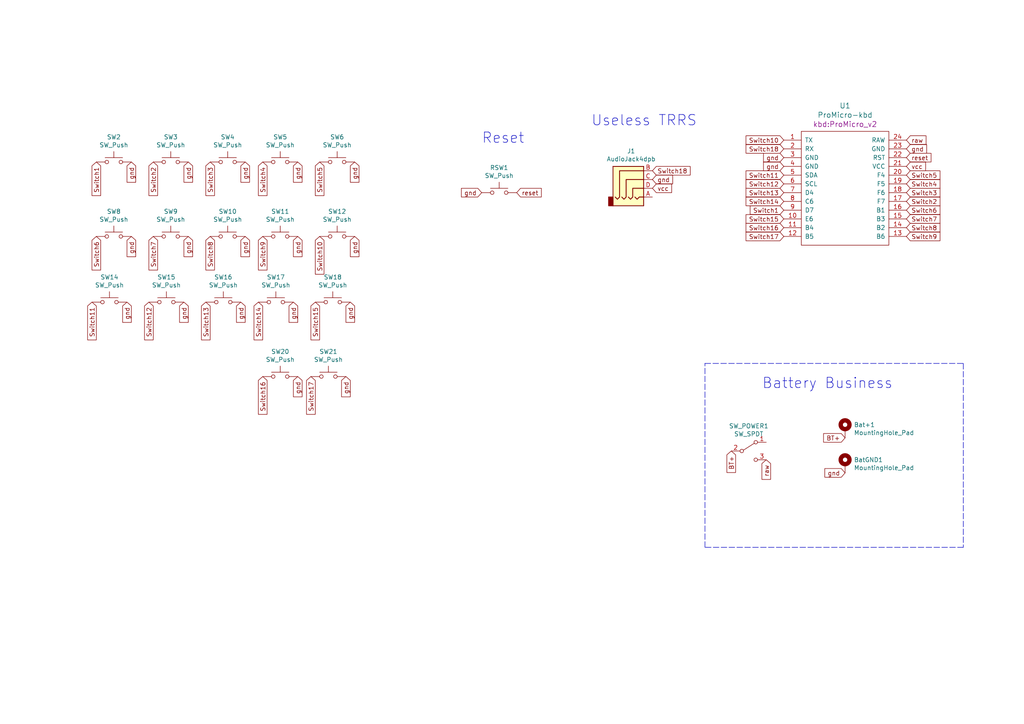
<source format=kicad_sch>
(kicad_sch (version 20211123) (generator eeschema)
  (paper "A4")
  (title_block (title "Generic 34 Switch Split") (date "2021-03-10") (rev "0.2") (company "broomlabs"))
  (lib_symbols
    (symbol "Mechanical:MountingHole_Pad" (pin_numbers hide) (pin_names (offset 1.016) hide)
      (property "Reference" "H" (at 0 6.35 0))
      (property "Value" "Mechanical_MountingHole_Pad" (at 0 4.445 0))
      (symbol "MountingHole_Pad_0_1"
        (circle (center 0 1.27) (radius 1.27) (stroke (width 1.27)))
      )
      (symbol "MountingHole_Pad_1_1"
        (pin input line (at 0 -2.54 90) (length 2.54) (name "1") (number "1"))
      )
    )
    (symbol "Switch:SW_Push" (pin_numbers hide) (pin_names (offset 1.016) hide)
      (property "Reference" "SW" (at 1.27 2.54 0))
      (property "Value" "Switch_SW_Push" (at 0 -1.524 0))
      (symbol "SW_Push_0_1"
        (circle (center -2.032 0) (radius 0.508))
        (polyline (pts (xy 0 1.27) (xy 0 3.048)))
        (polyline (pts (xy 2.54 1.27) (xy -2.54 1.27)))
        (circle (center 2.032 0) (radius 0.508))
        (pin passive line (at -5.08 0 0) (length 2.54) (name "1") (number "1"))
        (pin passive line (at 5.08 0 180) (length 2.54) (name "2") (number "2"))
      )
    )
    (symbol "Switch:SW_SPDT" (pin_names (offset 0) hide)
      (property "Reference" "SW" (at 0 4.318 0))
      (property "Value" "Switch_SW_SPDT" (at 0 -5.08 0))
      (symbol "SW_SPDT_0_0"
        (circle (center -2.032 0) (radius 0.508))
        (circle (center 2.032 -2.54) (radius 0.508))
      )
      (symbol "SW_SPDT_0_1"
        (polyline (pts (xy -1.524 0.254) (xy 1.651 2.286)))
        (circle (center 2.032 2.54) (radius 0.508))
      )
      (symbol "SW_SPDT_1_1"
        (pin passive line (at 5.08 2.54 180) (length 2.54) (name "A") (number "1"))
        (pin passive line (at -5.08 0 0) (length 2.54) (name "B") (number "2"))
        (pin passive line (at 5.08 -2.54 180) (length 2.54) (name "C") (number "3"))
      )
    )
    (symbol "bigblackpill:ProMicro-kbd" (pin_names (offset 1.016))
      (property "Reference" "U" (at 0 24.13 0))
      (property "Value" "bigblackpill_ProMicro-kbd" (at 0 -13.97 0))
      (symbol "ProMicro-kbd_0_1"
        (rectangle (start -12.7 21.59) (end 12.7 -11.43))
      )
      (symbol "ProMicro-kbd_1_1"
        (pin bidirectional line (at -17.78 19.05 0) (length 5.08) (name "TX") (number "1"))
        (pin bidirectional line (at -17.78 -3.81 0) (length 5.08) (name "E6") (number "10"))
        (pin bidirectional line (at -17.78 -6.35 0) (length 5.08) (name "B4") (number "11"))
        (pin bidirectional line (at -17.78 -8.89 0) (length 5.08) (name "B5") (number "12"))
        (pin bidirectional line (at 17.78 -8.89 180) (length 5.08) (name "B6") (number "13"))
        (pin bidirectional line (at 17.78 -6.35 180) (length 5.08) (name "B2") (number "14"))
        (pin bidirectional line (at 17.78 -3.81 180) (length 5.08) (name "B3") (number "15"))
        (pin bidirectional line (at 17.78 -1.27 180) (length 5.08) (name "B1") (number "16"))
        (pin bidirectional line (at 17.78 1.27 180) (length 5.08) (name "F7") (number "17"))
        (pin bidirectional line (at 17.78 3.81 180) (length 5.08) (name "F6") (number "18"))
        (pin bidirectional line (at 17.78 6.35 180) (length 5.08) (name "F5") (number "19"))
        (pin bidirectional line (at -17.78 16.51 0) (length 5.08) (name "RX") (number "2"))
        (pin bidirectional line (at 17.78 8.89 180) (length 5.08) (name "F4") (number "20"))
        (pin power_in line (at 17.78 11.43 180) (length 5.08) (name "VCC") (number "21"))
        (pin input line (at 17.78 13.97 180) (length 5.08) (name "RST") (number "22"))
        (pin power_in line (at 17.78 16.51 180) (length 5.08) (name "GND") (number "23"))
        (pin power_out line (at 17.78 19.05 180) (length 5.08) (name "RAW") (number "24"))
        (pin power_in line (at -17.78 13.97 0) (length 5.08) (name "GND") (number "3"))
        (pin power_in line (at -17.78 11.43 0) (length 5.08) (name "GND") (number "4"))
        (pin bidirectional line (at -17.78 8.89 0) (length 5.08) (name "SDA") (number "5"))
        (pin bidirectional line (at -17.78 6.35 0) (length 5.08) (name "SCL") (number "6"))
        (pin bidirectional line (at -17.78 3.81 0) (length 5.08) (name "D4") (number "7"))
        (pin bidirectional line (at -17.78 1.27 0) (length 5.08) (name "C6") (number "8"))
        (pin bidirectional line (at -17.78 -1.27 0) (length 5.08) (name "D7") (number "9"))
      )
    )
    (symbol "tokas_bp:AudioJack4dpb"
      (property "Reference" "J" (at 0 8.89 0))
      (property "Value" "tokas_bp_AudioJack4dpb" (at 0 6.35 0))
      (symbol "AudioJack4dpb_0_1"
        (rectangle (start -6.35 -5.08) (end -7.62 -7.62) (stroke (width 0.254)) (fill (type outline)))
        (polyline (pts (xy 0 -5.08) (xy 0.635 -5.715) (xy 1.27 -5.08) (xy 2.54 -5.08)) (stroke (width 0.254)))
        (polyline (pts (xy -5.715 -5.08) (xy -5.08 -5.715) (xy -4.445 -5.08) (xy -4.445 2.54) (xy 2.54 2.54)) (stroke (width 0.254)))
        (polyline (pts (xy -1.905 -5.08) (xy -1.27 -5.715) (xy -0.635 -5.08) (xy -0.635 -2.54) (xy 2.54 -2.54)) (stroke (width 0.254)))
        (polyline (pts (xy 2.54 0) (xy -2.54 0) (xy -2.54 -5.08) (xy -3.175 -5.715) (xy -3.81 -5.08)) (stroke (width 0.254)))
        (rectangle (start 2.54 3.81) (end -6.35 -7.62) (stroke (width 0.254)) (fill (type background)))
      )
      (symbol "AudioJack4dpb_1_1"
        (pin passive line (at 5.08 -5.08 180) (length 2.54) (name "~") (number "A"))
        (pin passive line (at 5.08 2.54 180) (length 2.54) (name "~") (number "B"))
        (pin passive line (at 5.08 0 180) (length 2.54) (name "~") (number "C"))
        (pin passive line (at 5.08 -2.54 180) (length 2.54) (name "~") (number "D"))
      )
    )
  )
  (polyline (pts (xy 279.4 158.75) (xy 204.47 158.75)))
  (polyline (pts (xy 204.47 158.75) (xy 204.47 105.41)))
  (polyline (pts (xy 279.4 105.41) (xy 279.4 158.75)))
  (polyline (pts (xy 204.47 105.41) (xy 279.4 105.41)))
  (text "Reset" (at 139.7 41.91 0) (effects (font (size 2.9972 2.9972)) (justify left bottom)))
  (text "Battery Business" (at 220.98 113.03 0) (effects (font (size 2.9972 2.9972)) (justify left bottom)))
  (text "Useless TRRS\n" (at 171.45 36.83 0) (effects (font (size 2.9972 2.9972)) (justify left bottom)))
  (global_label "Switch4" (shape input) (at 76.2 46.99 270) (property "Intersheet References" "${INTERSHEET_REFS}" (effects hide)))
  (global_label "gnd" (shape input) (at 38.1 46.99 270) (property "Intersheet References" "${INTERSHEET_REFS}" (effects hide)))
  (global_label "gnd" (shape input) (at 102.87 68.58 270) (property "Intersheet References" "${INTERSHEET_REFS}" (effects hide)))
  (global_label "Switch11" (shape input) (at 227.33 50.8 180) (property "Intersheet References" "${INTERSHEET_REFS}" (effects hide)))
  (global_label "gnd" (shape input) (at 227.33 48.26 180) (property "Intersheet References" "${INTERSHEET_REFS}" (effects hide)))
  (global_label "Switch18" (shape input) (at 227.33 43.18 180) (property "Intersheet References" "${INTERSHEET_REFS}" (effects hide)))
  (global_label "gnd" (shape input) (at 86.36 46.99 270) (property "Intersheet References" "${INTERSHEET_REFS}" (effects hide)))
  (global_label "Switch11" (shape input) (at 26.67 87.63 270) (property "Intersheet References" "${INTERSHEET_REFS}" (effects hide)))
  (global_label "Switch12" (shape input) (at 43.18 87.63 270) (property "Intersheet References" "${INTERSHEET_REFS}" (effects hide)))
  (global_label "BT+" (shape input) (at 212.09 130.81 270) (property "Intersheet References" "${INTERSHEET_REFS}" (effects hide)))
  (global_label "gnd" (shape input) (at 38.1 68.58 270) (property "Intersheet References" "${INTERSHEET_REFS}" (effects hide)))
  (global_label "Switch8" (shape input) (at 60.96 68.58 270) (property "Intersheet References" "${INTERSHEET_REFS}" (effects hide)))
  (global_label "gnd" (shape input) (at 71.12 68.58 270) (property "Intersheet References" "${INTERSHEET_REFS}" (effects hide)))
  (global_label "reset" (shape input) (at 149.86 55.88 0) (property "Intersheet References" "${INTERSHEET_REFS}" (effects hide)))
  (global_label "Switch4" (shape input) (at 262.89 53.34 0) (property "Intersheet References" "${INTERSHEET_REFS}" (effects hide)))
  (global_label "Switch2" (shape input) (at 44.45 46.99 270) (property "Intersheet References" "${INTERSHEET_REFS}" (effects hide)))
  (global_label "gnd" (shape input) (at 36.83 87.63 270) (property "Intersheet References" "${INTERSHEET_REFS}" (effects hide)))
  (global_label "Switch13" (shape input) (at 227.33 55.88 180) (property "Intersheet References" "${INTERSHEET_REFS}" (effects hide)))
  (global_label "Switch14" (shape input) (at 227.33 58.42 180) (property "Intersheet References" "${INTERSHEET_REFS}" (effects hide)))
  (global_label "Switch1" (shape input) (at 227.33 60.96 180) (property "Intersheet References" "${INTERSHEET_REFS}" (effects hide)))
  (global_label "Switch18" (shape input) (at 189.23 49.53 0) (property "Intersheet References" "${INTERSHEET_REFS}" (effects hide)))
  (global_label "gnd" (shape input) (at 85.09 87.63 270) (property "Intersheet References" "${INTERSHEET_REFS}" (effects hide)))
  (global_label "gnd" (shape input) (at 86.36 109.22 270) (property "Intersheet References" "${INTERSHEET_REFS}" (effects hide)))
  (global_label "gnd" (shape input) (at 53.34 87.63 270) (property "Intersheet References" "${INTERSHEET_REFS}" (effects hide)))
  (global_label "Switch17" (shape input) (at 227.33 68.58 180) (property "Intersheet References" "${INTERSHEET_REFS}" (effects hide)))
  (global_label "gnd" (shape input) (at 262.89 43.18 0) (property "Intersheet References" "${INTERSHEET_REFS}" (effects hide)))
  (global_label "Switch8" (shape input) (at 262.89 66.04 0) (property "Intersheet References" "${INTERSHEET_REFS}" (effects hide)))
  (global_label "Switch13" (shape input) (at 59.69 87.63 270) (property "Intersheet References" "${INTERSHEET_REFS}" (effects hide)))
  (global_label "gnd" (shape input) (at 100.33 109.22 270) (property "Intersheet References" "${INTERSHEET_REFS}" (effects hide)))
  (global_label "Switch16" (shape input) (at 76.2 109.22 270) (property "Intersheet References" "${INTERSHEET_REFS}" (effects hide)))
  (global_label "Switch1" (shape input) (at 27.94 46.99 270) (property "Intersheet References" "${INTERSHEET_REFS}" (effects hide)))
  (global_label "Switch12" (shape input) (at 227.33 53.34 180) (property "Intersheet References" "${INTERSHEET_REFS}" (effects hide)))
  (global_label "vcc" (shape input) (at 262.89 48.26 0) (property "Intersheet References" "${INTERSHEET_REFS}" (effects hide)))
  (global_label "Switch14" (shape input) (at 74.93 87.63 270) (property "Intersheet References" "${INTERSHEET_REFS}" (effects hide)))
  (global_label "Switch17" (shape input) (at 90.17 109.22 270) (property "Intersheet References" "${INTERSHEET_REFS}" (effects hide)))
  (global_label "gnd" (shape input) (at 71.12 46.99 270) (property "Intersheet References" "${INTERSHEET_REFS}" (effects hide)))
  (global_label "gnd" (shape input) (at 86.36 68.58 270) (property "Intersheet References" "${INTERSHEET_REFS}" (effects hide)))
  (global_label "Switch5" (shape input) (at 92.71 46.99 270) (property "Intersheet References" "${INTERSHEET_REFS}" (effects hide)))
  (global_label "gnd" (shape input) (at 54.61 46.99 270) (property "Intersheet References" "${INTERSHEET_REFS}" (effects hide)))
  (global_label "Switch6" (shape input) (at 27.94 68.58 270) (property "Intersheet References" "${INTERSHEET_REFS}" (effects hide)))
  (global_label "gnd" (shape input) (at 189.23 52.07 0) (property "Intersheet References" "${INTERSHEET_REFS}" (effects hide)))
  (global_label "Switch15" (shape input) (at 91.44 87.63 270) (property "Intersheet References" "${INTERSHEET_REFS}" (effects hide)))
  (global_label "Switch15" (shape input) (at 227.33 63.5 180) (property "Intersheet References" "${INTERSHEET_REFS}" (effects hide)))
  (global_label "gnd" (shape input) (at 101.6 87.63 270) (property "Intersheet References" "${INTERSHEET_REFS}" (effects hide)))
  (global_label "Switch7" (shape input) (at 44.45 68.58 270) (property "Intersheet References" "${INTERSHEET_REFS}" (effects hide)))
  (global_label "Switch2" (shape input) (at 262.89 58.42 0) (property "Intersheet References" "${INTERSHEET_REFS}" (effects hide)))
  (global_label "Switch9" (shape input) (at 76.2 68.58 270) (property "Intersheet References" "${INTERSHEET_REFS}" (effects hide)))
  (global_label "gnd" (shape input) (at 102.87 46.99 270) (property "Intersheet References" "${INTERSHEET_REFS}" (effects hide)))
  (global_label "Switch10" (shape input) (at 92.71 68.58 270) (property "Intersheet References" "${INTERSHEET_REFS}" (effects hide)))
  (global_label "gnd" (shape input) (at 227.33 45.72 180) (property "Intersheet References" "${INTERSHEET_REFS}" (effects hide)))
  (global_label "BT+" (shape input) (at 245.11 127 180) (property "Intersheet References" "${INTERSHEET_REFS}" (effects hide)))
  (global_label "Switch9" (shape input) (at 262.89 68.58 0) (property "Intersheet References" "${INTERSHEET_REFS}" (effects hide)))
  (global_label "gnd" (shape input) (at 245.11 137.16 180) (property "Intersheet References" "${INTERSHEET_REFS}" (effects hide)))
  (global_label "gnd" (shape input) (at 69.85 87.63 270) (property "Intersheet References" "${INTERSHEET_REFS}" (effects hide)))
  (global_label "raw" (shape input) (at 222.25 133.35 270) (property "Intersheet References" "${INTERSHEET_REFS}" (effects hide)))
  (global_label "raw" (shape input) (at 262.89 40.64 0) (property "Intersheet References" "${INTERSHEET_REFS}" (effects hide)))
  (global_label "Switch10" (shape input) (at 227.33 40.64 180) (property "Intersheet References" "${INTERSHEET_REFS}" (effects hide)))
  (global_label "vcc" (shape input) (at 189.23 54.61 0) (property "Intersheet References" "${INTERSHEET_REFS}" (effects hide)))
  (global_label "Switch5" (shape input) (at 262.89 50.8 0) (property "Intersheet References" "${INTERSHEET_REFS}" (effects hide)))
  (global_label "gnd" (shape input) (at 54.61 68.58 270) (property "Intersheet References" "${INTERSHEET_REFS}" (effects hide)))
  (global_label "Switch7" (shape input) (at 262.89 63.5 0) (property "Intersheet References" "${INTERSHEET_REFS}" (effects hide)))
  (global_label "Switch6" (shape input) (at 262.89 60.96 0) (property "Intersheet References" "${INTERSHEET_REFS}" (effects hide)))
  (global_label "Switch16" (shape input) (at 227.33 66.04 180) (property "Intersheet References" "${INTERSHEET_REFS}" (effects hide)))
  (global_label "Switch3" (shape input) (at 60.96 46.99 270) (property "Intersheet References" "${INTERSHEET_REFS}" (effects hide)))
  (global_label "Switch3" (shape input) (at 262.89 55.88 0) (property "Intersheet References" "${INTERSHEET_REFS}" (effects hide)))
  (global_label "reset" (shape input) (at 262.89 45.72 0) (property "Intersheet References" "${INTERSHEET_REFS}" (effects hide)))
  (global_label "gnd" (shape input) (at 139.7 55.88 180) (property "Intersheet References" "${INTERSHEET_REFS}" (effects hide)))
  (symbol (lib_id "Mechanical:MountingHole_Pad") (at 245.11 124.46 0) (unit 1)
    (property "Reference" "Bat+1" (at 247.65 123.2154 0) (effects (justify left)))
    (property "Value" "MountingHole_Pad" (at 247.65 125.5268 0) (effects (justify left)))
    (property "Footprint" "kbd:1pin_conn" (effects hide))
  )
  (symbol (lib_id "Mechanical:MountingHole_Pad") (at 245.11 134.62 0) (unit 1)
    (property "Reference" "BatGND1" (at 247.65 133.3754 0) (effects (justify left)))
    (property "Value" "MountingHole_Pad" (at 247.65 135.6868 0) (effects (justify left)))
    (property "Footprint" "kbd:1pin_conn" (effects hide))
  )
  (symbol (lib_id "bigblackpill:ProMicro-kbd") (at 245.11 59.69 0) (unit 1)
    (property "Reference" "U1" (at 245.11 30.6578 0) (effects (font (size 1.524 1.524))))
    (property "Value" "ProMicro-kbd" (at 245.11 33.3502 0) (effects (font (size 1.524 1.524))))
    (property "Footprint" "kbd:ProMicro_v2" (at 245.11 36.0426 0) (effects (font (size 1.524 1.524))))
  )
  (symbol (lib_id "Switch:SW_Push") (at 33.02 46.99 0) (unit 1)
    (property "Reference" "SW2" (at 33.02 39.751 0))
    (property "Value" "SW_Push" (at 33.02 42.0624 0))
    (property "Footprint" "Kailh:SW_PG1350_rev_DPB" (effects hide))
  )
  (symbol (lib_id "Switch:SW_Push") (at 49.53 46.99 0) (unit 1)
    (property "Reference" "SW3" (at 49.53 39.751 0))
    (property "Value" "SW_Push" (at 49.53 42.0624 0))
    (property "Footprint" "Kailh:SW_PG1350_rev_DPB" (effects hide))
  )
  (symbol (lib_id "Switch:SW_Push") (at 66.04 46.99 0) (unit 1)
    (property "Reference" "SW4" (at 66.04 39.751 0))
    (property "Value" "SW_Push" (at 66.04 42.0624 0))
    (property "Footprint" "Kailh:SW_PG1350_rev_DPB" (effects hide))
  )
  (symbol (lib_id "Switch:SW_Push") (at 81.28 46.99 0) (unit 1)
    (property "Reference" "SW5" (at 81.28 39.751 0))
    (property "Value" "SW_Push" (at 81.28 42.0624 0))
    (property "Footprint" "Kailh:SW_PG1350_rev_DPB" (effects hide))
  )
  (symbol (lib_id "Switch:SW_Push") (at 97.79 46.99 0) (unit 1)
    (property "Reference" "SW6" (at 97.79 39.751 0))
    (property "Value" "SW_Push" (at 97.79 42.0624 0))
    (property "Footprint" "Kailh:SW_PG1350_rev_DPB" (effects hide))
  )
  (symbol (lib_id "Switch:SW_Push") (at 81.28 109.22 0) (unit 1)
    (property "Reference" "SW20" (at 81.28 101.981 0))
    (property "Value" "SW_Push" (at 81.28 104.2924 0))
    (property "Footprint" "Kailh:SW_PG1350_rev_DPB" (effects hide))
  )
  (symbol (lib_id "Switch:SW_Push") (at 95.25 109.22 0) (unit 1)
    (property "Reference" "SW21" (at 95.25 101.981 0))
    (property "Value" "SW_Push" (at 95.25 104.2924 0))
    (property "Footprint" "Kailh:SW_PG1350_rev_DPB" (effects hide))
  )
  (symbol (lib_id "Switch:SW_Push") (at 33.02 68.58 0) (unit 1)
    (property "Reference" "SW8" (at 33.02 61.341 0))
    (property "Value" "SW_Push" (at 33.02 63.6524 0))
    (property "Footprint" "Kailh:SW_PG1350_rev_DPB" (effects hide))
  )
  (symbol (lib_id "Switch:SW_Push") (at 49.53 68.58 0) (unit 1)
    (property "Reference" "SW9" (at 49.53 61.341 0))
    (property "Value" "SW_Push" (at 49.53 63.6524 0))
    (property "Footprint" "Kailh:SW_PG1350_rev_DPB" (effects hide))
  )
  (symbol (lib_id "Switch:SW_Push") (at 66.04 68.58 0) (unit 1)
    (property "Reference" "SW10" (at 66.04 61.341 0))
    (property "Value" "SW_Push" (at 66.04 63.6524 0))
    (property "Footprint" "Kailh:SW_PG1350_rev_DPB" (effects hide))
  )
  (symbol (lib_id "Switch:SW_Push") (at 81.28 68.58 0) (unit 1)
    (property "Reference" "SW11" (at 81.28 61.341 0))
    (property "Value" "SW_Push" (at 81.28 63.6524 0))
    (property "Footprint" "Kailh:SW_PG1350_rev_DPB" (effects hide))
  )
  (symbol (lib_id "Switch:SW_Push") (at 97.79 68.58 0) (unit 1)
    (property "Reference" "SW12" (at 97.79 61.341 0))
    (property "Value" "SW_Push" (at 97.79 63.6524 0))
    (property "Footprint" "Kailh:SW_PG1350_rev_DPB" (effects hide))
  )
  (symbol (lib_id "Switch:SW_Push") (at 31.75 87.63 0) (unit 1)
    (property "Reference" "SW14" (at 31.75 80.391 0))
    (property "Value" "SW_Push" (at 31.75 82.7024 0))
    (property "Footprint" "Kailh:SW_PG1350_rev_DPB" (effects hide))
  )
  (symbol (lib_id "Switch:SW_Push") (at 48.26 87.63 0) (unit 1)
    (property "Reference" "SW15" (at 48.26 80.391 0))
    (property "Value" "SW_Push" (at 48.26 82.7024 0))
    (property "Footprint" "Kailh:SW_PG1350_rev_DPB" (effects hide))
  )
  (symbol (lib_id "Switch:SW_Push") (at 64.77 87.63 0) (unit 1)
    (property "Reference" "SW16" (at 64.77 80.391 0))
    (property "Value" "SW_Push" (at 64.77 82.7024 0))
    (property "Footprint" "Kailh:SW_PG1350_rev_DPB" (effects hide))
  )
  (symbol (lib_id "Switch:SW_Push") (at 80.01 87.63 0) (unit 1)
    (property "Reference" "SW17" (at 80.01 80.391 0))
    (property "Value" "SW_Push" (at 80.01 82.7024 0))
    (property "Footprint" "Kailh:SW_PG1350_rev_DPB" (effects hide))
  )
  (symbol (lib_id "Switch:SW_Push") (at 96.52 87.63 0) (unit 1)
    (property "Reference" "SW18" (at 96.52 80.391 0))
    (property "Value" "SW_Push" (at 96.52 82.7024 0))
    (property "Footprint" "Kailh:SW_PG1350_rev_DPB" (effects hide))
  )
  (symbol (lib_id "Switch:SW_Push") (at 144.78 55.88 0) (unit 1)
    (property "Reference" "RSW1" (at 144.78 48.641 0))
    (property "Value" "SW_Push" (at 144.78 50.9524 0))
    (property "Footprint" "kbd:ResetSW" (effects hide))
  )
  (symbol (lib_id "Switch:SW_SPDT") (at 217.17 130.81 0) (unit 1)
    (property "Reference" "SW_POWER1" (at 217.17 123.571 0))
    (property "Value" "SW_SPDT" (at 217.17 125.8824 0))
    (property "Footprint" "Kailh:SPDT_C128955" (effects hide))
  )
  (symbol (lib_id "tokas_bp:AudioJack4dpb") (at 184.15 52.07 0) (unit 1)
    (property "Reference" "J1" (at 183.0578 43.815 0))
    (property "Value" "AudioJack4dpb" (at 183.0578 46.1264 0))
    (property "Footprint" "kbd:MJ-4PP-9" (effects hide))
  )
)
</source>
